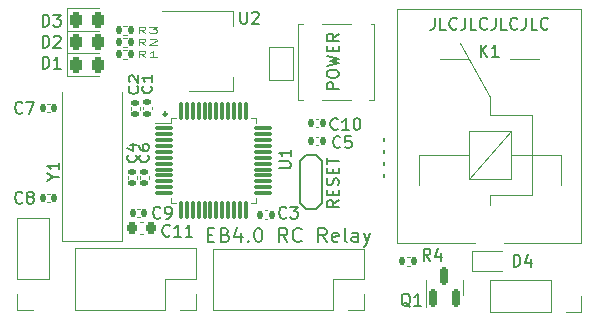
<source format=gbr>
%TF.GenerationSoftware,KiCad,Pcbnew,(6.0.7)*%
%TF.CreationDate,2022-09-05T20:23:25-07:00*%
%TF.ProjectId,EB4,4542342e-6b69-4636-9164-5f7063625858,rev?*%
%TF.SameCoordinates,Original*%
%TF.FileFunction,Legend,Top*%
%TF.FilePolarity,Positive*%
%FSLAX46Y46*%
G04 Gerber Fmt 4.6, Leading zero omitted, Abs format (unit mm)*
G04 Created by KiCad (PCBNEW (6.0.7)) date 2022-09-05 20:23:25*
%MOMM*%
%LPD*%
G01*
G04 APERTURE LIST*
G04 Aperture macros list*
%AMRoundRect*
0 Rectangle with rounded corners*
0 $1 Rounding radius*
0 $2 $3 $4 $5 $6 $7 $8 $9 X,Y pos of 4 corners*
0 Add a 4 corners polygon primitive as box body*
4,1,4,$2,$3,$4,$5,$6,$7,$8,$9,$2,$3,0*
0 Add four circle primitives for the rounded corners*
1,1,$1+$1,$2,$3*
1,1,$1+$1,$4,$5*
1,1,$1+$1,$6,$7*
1,1,$1+$1,$8,$9*
0 Add four rect primitives between the rounded corners*
20,1,$1+$1,$2,$3,$4,$5,0*
20,1,$1+$1,$4,$5,$6,$7,0*
20,1,$1+$1,$6,$7,$8,$9,0*
20,1,$1+$1,$8,$9,$2,$3,0*%
%AMFreePoly0*
4,1,6,1.000000,0.000000,0.500000,-0.750000,-0.500000,-0.750000,-0.500000,0.750000,0.500000,0.750000,1.000000,0.000000,1.000000,0.000000,$1*%
%AMFreePoly1*
4,1,6,0.500000,-0.750000,-0.650000,-0.750000,-0.150000,0.000000,-0.650000,0.750000,0.500000,0.750000,0.500000,-0.750000,0.500000,-0.750000,$1*%
G04 Aperture macros list end*
%ADD10C,0.150000*%
%ADD11C,0.275000*%
%ADD12C,0.125000*%
%ADD13C,0.120000*%
%ADD14R,0.600000X0.450000*%
%ADD15RoundRect,0.243750X-0.243750X-0.456250X0.243750X-0.456250X0.243750X0.456250X-0.243750X0.456250X0*%
%ADD16R,1.700000X1.700000*%
%ADD17O,1.700000X1.700000*%
%ADD18C,0.700000*%
%ADD19C,4.400000*%
%ADD20RoundRect,0.140000X0.170000X-0.140000X0.170000X0.140000X-0.170000X0.140000X-0.170000X-0.140000X0*%
%ADD21RoundRect,0.075000X-0.662500X-0.075000X0.662500X-0.075000X0.662500X0.075000X-0.662500X0.075000X0*%
%ADD22RoundRect,0.075000X-0.075000X-0.662500X0.075000X-0.662500X0.075000X0.662500X-0.075000X0.662500X0*%
%ADD23RoundRect,0.135000X-0.135000X-0.185000X0.135000X-0.185000X0.135000X0.185000X-0.135000X0.185000X0*%
%ADD24RoundRect,0.140000X0.140000X0.170000X-0.140000X0.170000X-0.140000X-0.170000X0.140000X-0.170000X0*%
%ADD25RoundRect,0.150000X0.150000X-0.587500X0.150000X0.587500X-0.150000X0.587500X-0.150000X-0.587500X0*%
%ADD26RoundRect,0.140000X-0.140000X-0.170000X0.140000X-0.170000X0.140000X0.170000X-0.140000X0.170000X0*%
%ADD27FreePoly0,90.000000*%
%ADD28FreePoly1,90.000000*%
%ADD29C,3.000000*%
%ADD30C,2.500000*%
%ADD31RoundRect,0.135000X0.135000X0.185000X-0.135000X0.185000X-0.135000X-0.185000X0.135000X-0.185000X0*%
%ADD32R,1.000000X2.800000*%
%ADD33C,1.400000*%
%ADD34R,2.000000X1.500000*%
%ADD35R,2.000000X3.800000*%
%ADD36RoundRect,0.225000X-0.225000X-0.250000X0.225000X-0.250000X0.225000X0.250000X-0.225000X0.250000X0*%
%ADD37R,2.000000X4.500000*%
G04 APERTURE END LIST*
D10*
X101155500Y-76962000D02*
X101155500Y-77216000D01*
D11*
X82751000Y-72898000D02*
G75*
G03*
X82751000Y-72898000I-137500J0D01*
G01*
D10*
X101155500Y-77978000D02*
X101155500Y-78232000D01*
X101155500Y-75946000D02*
X101155500Y-76200000D01*
X101155500Y-74930000D02*
X101155500Y-75184000D01*
X86198928Y-83099285D02*
X86598928Y-83099285D01*
X86770357Y-83727857D02*
X86198928Y-83727857D01*
X86198928Y-82527857D01*
X86770357Y-82527857D01*
X87684642Y-83099285D02*
X87856071Y-83156428D01*
X87913214Y-83213571D01*
X87970357Y-83327857D01*
X87970357Y-83499285D01*
X87913214Y-83613571D01*
X87856071Y-83670714D01*
X87741785Y-83727857D01*
X87284642Y-83727857D01*
X87284642Y-82527857D01*
X87684642Y-82527857D01*
X87798928Y-82585000D01*
X87856071Y-82642142D01*
X87913214Y-82756428D01*
X87913214Y-82870714D01*
X87856071Y-82985000D01*
X87798928Y-83042142D01*
X87684642Y-83099285D01*
X87284642Y-83099285D01*
X88998928Y-82927857D02*
X88998928Y-83727857D01*
X88713214Y-82470714D02*
X88427500Y-83327857D01*
X89170357Y-83327857D01*
X89627500Y-83613571D02*
X89684642Y-83670714D01*
X89627500Y-83727857D01*
X89570357Y-83670714D01*
X89627500Y-83613571D01*
X89627500Y-83727857D01*
X90427500Y-82527857D02*
X90541785Y-82527857D01*
X90656071Y-82585000D01*
X90713214Y-82642142D01*
X90770357Y-82756428D01*
X90827500Y-82985000D01*
X90827500Y-83270714D01*
X90770357Y-83499285D01*
X90713214Y-83613571D01*
X90656071Y-83670714D01*
X90541785Y-83727857D01*
X90427500Y-83727857D01*
X90313214Y-83670714D01*
X90256071Y-83613571D01*
X90198928Y-83499285D01*
X90141785Y-83270714D01*
X90141785Y-82985000D01*
X90198928Y-82756428D01*
X90256071Y-82642142D01*
X90313214Y-82585000D01*
X90427500Y-82527857D01*
X92941785Y-83727857D02*
X92541785Y-83156428D01*
X92256071Y-83727857D02*
X92256071Y-82527857D01*
X92713214Y-82527857D01*
X92827500Y-82585000D01*
X92884642Y-82642142D01*
X92941785Y-82756428D01*
X92941785Y-82927857D01*
X92884642Y-83042142D01*
X92827500Y-83099285D01*
X92713214Y-83156428D01*
X92256071Y-83156428D01*
X94141785Y-83613571D02*
X94084642Y-83670714D01*
X93913214Y-83727857D01*
X93798928Y-83727857D01*
X93627500Y-83670714D01*
X93513214Y-83556428D01*
X93456071Y-83442142D01*
X93398928Y-83213571D01*
X93398928Y-83042142D01*
X93456071Y-82813571D01*
X93513214Y-82699285D01*
X93627500Y-82585000D01*
X93798928Y-82527857D01*
X93913214Y-82527857D01*
X94084642Y-82585000D01*
X94141785Y-82642142D01*
X96256071Y-83727857D02*
X95856071Y-83156428D01*
X95570357Y-83727857D02*
X95570357Y-82527857D01*
X96027500Y-82527857D01*
X96141785Y-82585000D01*
X96198928Y-82642142D01*
X96256071Y-82756428D01*
X96256071Y-82927857D01*
X96198928Y-83042142D01*
X96141785Y-83099285D01*
X96027500Y-83156428D01*
X95570357Y-83156428D01*
X97227500Y-83670714D02*
X97113214Y-83727857D01*
X96884642Y-83727857D01*
X96770357Y-83670714D01*
X96713214Y-83556428D01*
X96713214Y-83099285D01*
X96770357Y-82985000D01*
X96884642Y-82927857D01*
X97113214Y-82927857D01*
X97227500Y-82985000D01*
X97284642Y-83099285D01*
X97284642Y-83213571D01*
X96713214Y-83327857D01*
X97970357Y-83727857D02*
X97856071Y-83670714D01*
X97798928Y-83556428D01*
X97798928Y-82527857D01*
X98941785Y-83727857D02*
X98941785Y-83099285D01*
X98884642Y-82985000D01*
X98770357Y-82927857D01*
X98541785Y-82927857D01*
X98427500Y-82985000D01*
X98941785Y-83670714D02*
X98827500Y-83727857D01*
X98541785Y-83727857D01*
X98427500Y-83670714D01*
X98370357Y-83556428D01*
X98370357Y-83442142D01*
X98427500Y-83327857D01*
X98541785Y-83270714D01*
X98827500Y-83270714D01*
X98941785Y-83213571D01*
X99398928Y-82927857D02*
X99684642Y-83727857D01*
X99970357Y-82927857D02*
X99684642Y-83727857D01*
X99570357Y-84013571D01*
X99513214Y-84070714D01*
X99398928Y-84127857D01*
X105426452Y-64730380D02*
X105426452Y-65444666D01*
X105378833Y-65587523D01*
X105283595Y-65682761D01*
X105140738Y-65730380D01*
X105045500Y-65730380D01*
X106378833Y-65730380D02*
X105902642Y-65730380D01*
X105902642Y-64730380D01*
X107283595Y-65635142D02*
X107235976Y-65682761D01*
X107093119Y-65730380D01*
X106997880Y-65730380D01*
X106855023Y-65682761D01*
X106759785Y-65587523D01*
X106712166Y-65492285D01*
X106664547Y-65301809D01*
X106664547Y-65158952D01*
X106712166Y-64968476D01*
X106759785Y-64873238D01*
X106855023Y-64778000D01*
X106997880Y-64730380D01*
X107093119Y-64730380D01*
X107235976Y-64778000D01*
X107283595Y-64825619D01*
X107997880Y-64730380D02*
X107997880Y-65444666D01*
X107950261Y-65587523D01*
X107855023Y-65682761D01*
X107712166Y-65730380D01*
X107616928Y-65730380D01*
X108950261Y-65730380D02*
X108474071Y-65730380D01*
X108474071Y-64730380D01*
X109855023Y-65635142D02*
X109807404Y-65682761D01*
X109664547Y-65730380D01*
X109569309Y-65730380D01*
X109426452Y-65682761D01*
X109331214Y-65587523D01*
X109283595Y-65492285D01*
X109235976Y-65301809D01*
X109235976Y-65158952D01*
X109283595Y-64968476D01*
X109331214Y-64873238D01*
X109426452Y-64778000D01*
X109569309Y-64730380D01*
X109664547Y-64730380D01*
X109807404Y-64778000D01*
X109855023Y-64825619D01*
X110569309Y-64730380D02*
X110569309Y-65444666D01*
X110521690Y-65587523D01*
X110426452Y-65682761D01*
X110283595Y-65730380D01*
X110188357Y-65730380D01*
X111521690Y-65730380D02*
X111045500Y-65730380D01*
X111045500Y-64730380D01*
X112426452Y-65635142D02*
X112378833Y-65682761D01*
X112235976Y-65730380D01*
X112140738Y-65730380D01*
X111997880Y-65682761D01*
X111902642Y-65587523D01*
X111855023Y-65492285D01*
X111807404Y-65301809D01*
X111807404Y-65158952D01*
X111855023Y-64968476D01*
X111902642Y-64873238D01*
X111997880Y-64778000D01*
X112140738Y-64730380D01*
X112235976Y-64730380D01*
X112378833Y-64778000D01*
X112426452Y-64825619D01*
X113140738Y-64730380D02*
X113140738Y-65444666D01*
X113093119Y-65587523D01*
X112997880Y-65682761D01*
X112855023Y-65730380D01*
X112759785Y-65730380D01*
X114093119Y-65730380D02*
X113616928Y-65730380D01*
X113616928Y-64730380D01*
X114997880Y-65635142D02*
X114950261Y-65682761D01*
X114807404Y-65730380D01*
X114712166Y-65730380D01*
X114569309Y-65682761D01*
X114474071Y-65587523D01*
X114426452Y-65492285D01*
X114378833Y-65301809D01*
X114378833Y-65158952D01*
X114426452Y-64968476D01*
X114474071Y-64873238D01*
X114569309Y-64778000D01*
X114712166Y-64730380D01*
X114807404Y-64730380D01*
X114950261Y-64778000D01*
X114997880Y-64825619D01*
%TO.C,D4*%
X112101404Y-85796380D02*
X112101404Y-84796380D01*
X112339500Y-84796380D01*
X112482357Y-84844000D01*
X112577595Y-84939238D01*
X112625214Y-85034476D01*
X112672833Y-85224952D01*
X112672833Y-85367809D01*
X112625214Y-85558285D01*
X112577595Y-85653523D01*
X112482357Y-85748761D01*
X112339500Y-85796380D01*
X112101404Y-85796380D01*
X113529976Y-85129714D02*
X113529976Y-85796380D01*
X113291880Y-84748761D02*
X113053785Y-85463047D01*
X113672833Y-85463047D01*
%TO.C,D2*%
X72223404Y-67254380D02*
X72223404Y-66254380D01*
X72461500Y-66254380D01*
X72604357Y-66302000D01*
X72699595Y-66397238D01*
X72747214Y-66492476D01*
X72794833Y-66682952D01*
X72794833Y-66825809D01*
X72747214Y-67016285D01*
X72699595Y-67111523D01*
X72604357Y-67206761D01*
X72461500Y-67254380D01*
X72223404Y-67254380D01*
X73175785Y-66349619D02*
X73223404Y-66302000D01*
X73318642Y-66254380D01*
X73556738Y-66254380D01*
X73651976Y-66302000D01*
X73699595Y-66349619D01*
X73747214Y-66444857D01*
X73747214Y-66540095D01*
X73699595Y-66682952D01*
X73128166Y-67254380D01*
X73747214Y-67254380D01*
%TO.C,C6*%
X81121214Y-76366666D02*
X81159309Y-76414285D01*
X81197404Y-76557142D01*
X81197404Y-76652380D01*
X81159309Y-76795238D01*
X81083119Y-76890476D01*
X81006928Y-76938095D01*
X80854547Y-76985714D01*
X80740261Y-76985714D01*
X80587880Y-76938095D01*
X80511690Y-76890476D01*
X80435500Y-76795238D01*
X80397404Y-76652380D01*
X80397404Y-76557142D01*
X80435500Y-76414285D01*
X80473595Y-76366666D01*
X80397404Y-75509523D02*
X80397404Y-75700000D01*
X80435500Y-75795238D01*
X80473595Y-75842857D01*
X80587880Y-75938095D01*
X80740261Y-75985714D01*
X81045023Y-75985714D01*
X81121214Y-75938095D01*
X81159309Y-75890476D01*
X81197404Y-75795238D01*
X81197404Y-75604761D01*
X81159309Y-75509523D01*
X81121214Y-75461904D01*
X81045023Y-75414285D01*
X80854547Y-75414285D01*
X80778357Y-75461904D01*
X80740261Y-75509523D01*
X80702166Y-75604761D01*
X80702166Y-75795238D01*
X80740261Y-75890476D01*
X80778357Y-75938095D01*
X80854547Y-75985714D01*
%TO.C,U1*%
X92225880Y-77469904D02*
X93035404Y-77469904D01*
X93130642Y-77422285D01*
X93178261Y-77374666D01*
X93225880Y-77279428D01*
X93225880Y-77088952D01*
X93178261Y-76993714D01*
X93130642Y-76946095D01*
X93035404Y-76898476D01*
X92225880Y-76898476D01*
X93225880Y-75898476D02*
X93225880Y-76469904D01*
X93225880Y-76184190D02*
X92225880Y-76184190D01*
X92368738Y-76279428D01*
X92463976Y-76374666D01*
X92511595Y-76469904D01*
%TO.C,C2*%
X80249214Y-70552666D02*
X80287309Y-70600285D01*
X80325404Y-70743142D01*
X80325404Y-70838380D01*
X80287309Y-70981238D01*
X80211119Y-71076476D01*
X80134928Y-71124095D01*
X79982547Y-71171714D01*
X79868261Y-71171714D01*
X79715880Y-71124095D01*
X79639690Y-71076476D01*
X79563500Y-70981238D01*
X79525404Y-70838380D01*
X79525404Y-70743142D01*
X79563500Y-70600285D01*
X79601595Y-70552666D01*
X79601595Y-70171714D02*
X79563500Y-70124095D01*
X79525404Y-70028857D01*
X79525404Y-69790761D01*
X79563500Y-69695523D01*
X79601595Y-69647904D01*
X79677785Y-69600285D01*
X79753976Y-69600285D01*
X79868261Y-69647904D01*
X80325404Y-70219333D01*
X80325404Y-69600285D01*
D12*
%TO.C,R1*%
X80922833Y-68044190D02*
X80589500Y-67806095D01*
X80351404Y-68044190D02*
X80351404Y-67544190D01*
X80732357Y-67544190D01*
X80827595Y-67568000D01*
X80875214Y-67591809D01*
X80922833Y-67639428D01*
X80922833Y-67710857D01*
X80875214Y-67758476D01*
X80827595Y-67782285D01*
X80732357Y-67806095D01*
X80351404Y-67806095D01*
X81875214Y-68044190D02*
X81303785Y-68044190D01*
X81589500Y-68044190D02*
X81589500Y-67544190D01*
X81494261Y-67615619D01*
X81399023Y-67663238D01*
X81303785Y-67687047D01*
D10*
%TO.C,C10*%
X97210642Y-74144142D02*
X97163023Y-74191761D01*
X97020166Y-74239380D01*
X96924928Y-74239380D01*
X96782071Y-74191761D01*
X96686833Y-74096523D01*
X96639214Y-74001285D01*
X96591595Y-73810809D01*
X96591595Y-73667952D01*
X96639214Y-73477476D01*
X96686833Y-73382238D01*
X96782071Y-73287000D01*
X96924928Y-73239380D01*
X97020166Y-73239380D01*
X97163023Y-73287000D01*
X97210642Y-73334619D01*
X98163023Y-74239380D02*
X97591595Y-74239380D01*
X97877309Y-74239380D02*
X97877309Y-73239380D01*
X97782071Y-73382238D01*
X97686833Y-73477476D01*
X97591595Y-73525095D01*
X98782071Y-73239380D02*
X98877309Y-73239380D01*
X98972547Y-73287000D01*
X99020166Y-73334619D01*
X99067785Y-73429857D01*
X99115404Y-73620333D01*
X99115404Y-73858428D01*
X99067785Y-74048904D01*
X99020166Y-74144142D01*
X98972547Y-74191761D01*
X98877309Y-74239380D01*
X98782071Y-74239380D01*
X98686833Y-74191761D01*
X98639214Y-74144142D01*
X98591595Y-74048904D01*
X98543976Y-73858428D01*
X98543976Y-73620333D01*
X98591595Y-73429857D01*
X98639214Y-73334619D01*
X98686833Y-73287000D01*
X98782071Y-73239380D01*
%TO.C,Q1*%
X103346261Y-89193619D02*
X103251023Y-89146000D01*
X103155785Y-89050761D01*
X103012928Y-88907904D01*
X102917690Y-88860285D01*
X102822452Y-88860285D01*
X102870071Y-89098380D02*
X102774833Y-89050761D01*
X102679595Y-88955523D01*
X102631976Y-88765047D01*
X102631976Y-88431714D01*
X102679595Y-88241238D01*
X102774833Y-88146000D01*
X102870071Y-88098380D01*
X103060547Y-88098380D01*
X103155785Y-88146000D01*
X103251023Y-88241238D01*
X103298642Y-88431714D01*
X103298642Y-88765047D01*
X103251023Y-88955523D01*
X103155785Y-89050761D01*
X103060547Y-89098380D01*
X102870071Y-89098380D01*
X104251023Y-89098380D02*
X103679595Y-89098380D01*
X103965309Y-89098380D02*
X103965309Y-88098380D01*
X103870071Y-88241238D01*
X103774833Y-88336476D01*
X103679595Y-88384095D01*
%TO.C,C7*%
X70508833Y-72747142D02*
X70461214Y-72794761D01*
X70318357Y-72842380D01*
X70223119Y-72842380D01*
X70080261Y-72794761D01*
X69985023Y-72699523D01*
X69937404Y-72604285D01*
X69889785Y-72413809D01*
X69889785Y-72270952D01*
X69937404Y-72080476D01*
X69985023Y-71985238D01*
X70080261Y-71890000D01*
X70223119Y-71842380D01*
X70318357Y-71842380D01*
X70461214Y-71890000D01*
X70508833Y-71937619D01*
X70842166Y-71842380D02*
X71508833Y-71842380D01*
X71080261Y-72842380D01*
%TO.C,C9*%
X82192833Y-81637142D02*
X82145214Y-81684761D01*
X82002357Y-81732380D01*
X81907119Y-81732380D01*
X81764261Y-81684761D01*
X81669023Y-81589523D01*
X81621404Y-81494285D01*
X81573785Y-81303809D01*
X81573785Y-81160952D01*
X81621404Y-80970476D01*
X81669023Y-80875238D01*
X81764261Y-80780000D01*
X81907119Y-80732380D01*
X82002357Y-80732380D01*
X82145214Y-80780000D01*
X82192833Y-80827619D01*
X82669023Y-81732380D02*
X82859500Y-81732380D01*
X82954738Y-81684761D01*
X83002357Y-81637142D01*
X83097595Y-81494285D01*
X83145214Y-81303809D01*
X83145214Y-80922857D01*
X83097595Y-80827619D01*
X83049976Y-80780000D01*
X82954738Y-80732380D01*
X82764261Y-80732380D01*
X82669023Y-80780000D01*
X82621404Y-80827619D01*
X82573785Y-80922857D01*
X82573785Y-81160952D01*
X82621404Y-81256190D01*
X82669023Y-81303809D01*
X82764261Y-81351428D01*
X82954738Y-81351428D01*
X83049976Y-81303809D01*
X83097595Y-81256190D01*
X83145214Y-81160952D01*
%TO.C,C8*%
X70508833Y-80367142D02*
X70461214Y-80414761D01*
X70318357Y-80462380D01*
X70223119Y-80462380D01*
X70080261Y-80414761D01*
X69985023Y-80319523D01*
X69937404Y-80224285D01*
X69889785Y-80033809D01*
X69889785Y-79890952D01*
X69937404Y-79700476D01*
X69985023Y-79605238D01*
X70080261Y-79510000D01*
X70223119Y-79462380D01*
X70318357Y-79462380D01*
X70461214Y-79510000D01*
X70508833Y-79557619D01*
X71080261Y-79890952D02*
X70985023Y-79843333D01*
X70937404Y-79795714D01*
X70889785Y-79700476D01*
X70889785Y-79652857D01*
X70937404Y-79557619D01*
X70985023Y-79510000D01*
X71080261Y-79462380D01*
X71270738Y-79462380D01*
X71365976Y-79510000D01*
X71413595Y-79557619D01*
X71461214Y-79652857D01*
X71461214Y-79700476D01*
X71413595Y-79795714D01*
X71365976Y-79843333D01*
X71270738Y-79890952D01*
X71080261Y-79890952D01*
X70985023Y-79938571D01*
X70937404Y-79986190D01*
X70889785Y-80081428D01*
X70889785Y-80271904D01*
X70937404Y-80367142D01*
X70985023Y-80414761D01*
X71080261Y-80462380D01*
X71270738Y-80462380D01*
X71365976Y-80414761D01*
X71413595Y-80367142D01*
X71461214Y-80271904D01*
X71461214Y-80081428D01*
X71413595Y-79986190D01*
X71365976Y-79938571D01*
X71270738Y-79890952D01*
%TO.C,K1*%
X109307404Y-68016380D02*
X109307404Y-67016380D01*
X109878833Y-68016380D02*
X109450261Y-67444952D01*
X109878833Y-67016380D02*
X109307404Y-67587809D01*
X110831214Y-68016380D02*
X110259785Y-68016380D01*
X110545500Y-68016380D02*
X110545500Y-67016380D01*
X110450261Y-67159238D01*
X110355023Y-67254476D01*
X110259785Y-67302095D01*
%TO.C,R4*%
X105052833Y-85288380D02*
X104719500Y-84812190D01*
X104481404Y-85288380D02*
X104481404Y-84288380D01*
X104862357Y-84288380D01*
X104957595Y-84336000D01*
X105005214Y-84383619D01*
X105052833Y-84478857D01*
X105052833Y-84621714D01*
X105005214Y-84716952D01*
X104957595Y-84764571D01*
X104862357Y-84812190D01*
X104481404Y-84812190D01*
X105909976Y-84621714D02*
X105909976Y-85288380D01*
X105671880Y-84240761D02*
X105433785Y-84955047D01*
X106052833Y-84955047D01*
%TO.C,C3*%
X92860833Y-81637142D02*
X92813214Y-81684761D01*
X92670357Y-81732380D01*
X92575119Y-81732380D01*
X92432261Y-81684761D01*
X92337023Y-81589523D01*
X92289404Y-81494285D01*
X92241785Y-81303809D01*
X92241785Y-81160952D01*
X92289404Y-80970476D01*
X92337023Y-80875238D01*
X92432261Y-80780000D01*
X92575119Y-80732380D01*
X92670357Y-80732380D01*
X92813214Y-80780000D01*
X92860833Y-80827619D01*
X93194166Y-80732380D02*
X93813214Y-80732380D01*
X93479880Y-81113333D01*
X93622738Y-81113333D01*
X93717976Y-81160952D01*
X93765595Y-81208571D01*
X93813214Y-81303809D01*
X93813214Y-81541904D01*
X93765595Y-81637142D01*
X93717976Y-81684761D01*
X93622738Y-81732380D01*
X93337023Y-81732380D01*
X93241785Y-81684761D01*
X93194166Y-81637142D01*
%TO.C,C1*%
X81375214Y-70524666D02*
X81413309Y-70572285D01*
X81451404Y-70715142D01*
X81451404Y-70810380D01*
X81413309Y-70953238D01*
X81337119Y-71048476D01*
X81260928Y-71096095D01*
X81108547Y-71143714D01*
X80994261Y-71143714D01*
X80841880Y-71096095D01*
X80765690Y-71048476D01*
X80689500Y-70953238D01*
X80651404Y-70810380D01*
X80651404Y-70715142D01*
X80689500Y-70572285D01*
X80727595Y-70524666D01*
X81451404Y-69572285D02*
X81451404Y-70143714D01*
X81451404Y-69858000D02*
X80651404Y-69858000D01*
X80765690Y-69953238D01*
X80841880Y-70048476D01*
X80879976Y-70143714D01*
%TO.C,D3*%
X72223404Y-65476380D02*
X72223404Y-64476380D01*
X72461500Y-64476380D01*
X72604357Y-64524000D01*
X72699595Y-64619238D01*
X72747214Y-64714476D01*
X72794833Y-64904952D01*
X72794833Y-65047809D01*
X72747214Y-65238285D01*
X72699595Y-65333523D01*
X72604357Y-65428761D01*
X72461500Y-65476380D01*
X72223404Y-65476380D01*
X73128166Y-64476380D02*
X73747214Y-64476380D01*
X73413880Y-64857333D01*
X73556738Y-64857333D01*
X73651976Y-64904952D01*
X73699595Y-64952571D01*
X73747214Y-65047809D01*
X73747214Y-65285904D01*
X73699595Y-65381142D01*
X73651976Y-65428761D01*
X73556738Y-65476380D01*
X73271023Y-65476380D01*
X73175785Y-65428761D01*
X73128166Y-65381142D01*
D12*
%TO.C,R2*%
X80922833Y-67028190D02*
X80589500Y-66790095D01*
X80351404Y-67028190D02*
X80351404Y-66528190D01*
X80732357Y-66528190D01*
X80827595Y-66552000D01*
X80875214Y-66575809D01*
X80922833Y-66623428D01*
X80922833Y-66694857D01*
X80875214Y-66742476D01*
X80827595Y-66766285D01*
X80732357Y-66790095D01*
X80351404Y-66790095D01*
X81303785Y-66575809D02*
X81351404Y-66552000D01*
X81446642Y-66528190D01*
X81684738Y-66528190D01*
X81779976Y-66552000D01*
X81827595Y-66575809D01*
X81875214Y-66623428D01*
X81875214Y-66671047D01*
X81827595Y-66742476D01*
X81256166Y-67028190D01*
X81875214Y-67028190D01*
D10*
%TO.C,C4*%
X80105214Y-76366666D02*
X80143309Y-76414285D01*
X80181404Y-76557142D01*
X80181404Y-76652380D01*
X80143309Y-76795238D01*
X80067119Y-76890476D01*
X79990928Y-76938095D01*
X79838547Y-76985714D01*
X79724261Y-76985714D01*
X79571880Y-76938095D01*
X79495690Y-76890476D01*
X79419500Y-76795238D01*
X79381404Y-76652380D01*
X79381404Y-76557142D01*
X79419500Y-76414285D01*
X79457595Y-76366666D01*
X79648071Y-75509523D02*
X80181404Y-75509523D01*
X79343309Y-75747619D02*
X79914738Y-75985714D01*
X79914738Y-75366666D01*
%TO.C,SW1*%
X97289880Y-70762523D02*
X96289880Y-70762523D01*
X96289880Y-70381571D01*
X96337500Y-70286333D01*
X96385119Y-70238714D01*
X96480357Y-70191095D01*
X96623214Y-70191095D01*
X96718452Y-70238714D01*
X96766071Y-70286333D01*
X96813690Y-70381571D01*
X96813690Y-70762523D01*
X96289880Y-69572047D02*
X96289880Y-69381571D01*
X96337500Y-69286333D01*
X96432738Y-69191095D01*
X96623214Y-69143476D01*
X96956547Y-69143476D01*
X97147023Y-69191095D01*
X97242261Y-69286333D01*
X97289880Y-69381571D01*
X97289880Y-69572047D01*
X97242261Y-69667285D01*
X97147023Y-69762523D01*
X96956547Y-69810142D01*
X96623214Y-69810142D01*
X96432738Y-69762523D01*
X96337500Y-69667285D01*
X96289880Y-69572047D01*
X96289880Y-68810142D02*
X97289880Y-68572047D01*
X96575595Y-68381571D01*
X97289880Y-68191095D01*
X96289880Y-67953000D01*
X96766071Y-67572047D02*
X96766071Y-67238714D01*
X97289880Y-67095857D02*
X97289880Y-67572047D01*
X96289880Y-67572047D01*
X96289880Y-67095857D01*
X97289880Y-66095857D02*
X96813690Y-66429190D01*
X97289880Y-66667285D02*
X96289880Y-66667285D01*
X96289880Y-66286333D01*
X96337500Y-66191095D01*
X96385119Y-66143476D01*
X96480357Y-66095857D01*
X96623214Y-66095857D01*
X96718452Y-66143476D01*
X96766071Y-66191095D01*
X96813690Y-66286333D01*
X96813690Y-66667285D01*
%TO.C,JP1*%
X97289880Y-80192380D02*
X96813690Y-80525714D01*
X97289880Y-80763809D02*
X96289880Y-80763809D01*
X96289880Y-80382857D01*
X96337500Y-80287619D01*
X96385119Y-80240000D01*
X96480357Y-80192380D01*
X96623214Y-80192380D01*
X96718452Y-80240000D01*
X96766071Y-80287619D01*
X96813690Y-80382857D01*
X96813690Y-80763809D01*
X96766071Y-79763809D02*
X96766071Y-79430476D01*
X97289880Y-79287619D02*
X97289880Y-79763809D01*
X96289880Y-79763809D01*
X96289880Y-79287619D01*
X97242261Y-78906666D02*
X97289880Y-78763809D01*
X97289880Y-78525714D01*
X97242261Y-78430476D01*
X97194642Y-78382857D01*
X97099404Y-78335238D01*
X97004166Y-78335238D01*
X96908928Y-78382857D01*
X96861309Y-78430476D01*
X96813690Y-78525714D01*
X96766071Y-78716190D01*
X96718452Y-78811428D01*
X96670833Y-78859047D01*
X96575595Y-78906666D01*
X96480357Y-78906666D01*
X96385119Y-78859047D01*
X96337500Y-78811428D01*
X96289880Y-78716190D01*
X96289880Y-78478095D01*
X96337500Y-78335238D01*
X96766071Y-77906666D02*
X96766071Y-77573333D01*
X97289880Y-77430476D02*
X97289880Y-77906666D01*
X96289880Y-77906666D01*
X96289880Y-77430476D01*
X96289880Y-77144761D02*
X96289880Y-76573333D01*
X97289880Y-76859047D02*
X96289880Y-76859047D01*
%TO.C,C5*%
X97432833Y-75668142D02*
X97385214Y-75715761D01*
X97242357Y-75763380D01*
X97147119Y-75763380D01*
X97004261Y-75715761D01*
X96909023Y-75620523D01*
X96861404Y-75525285D01*
X96813785Y-75334809D01*
X96813785Y-75191952D01*
X96861404Y-75001476D01*
X96909023Y-74906238D01*
X97004261Y-74811000D01*
X97147119Y-74763380D01*
X97242357Y-74763380D01*
X97385214Y-74811000D01*
X97432833Y-74858619D01*
X98337595Y-74763380D02*
X97861404Y-74763380D01*
X97813785Y-75239571D01*
X97861404Y-75191952D01*
X97956642Y-75144333D01*
X98194738Y-75144333D01*
X98289976Y-75191952D01*
X98337595Y-75239571D01*
X98385214Y-75334809D01*
X98385214Y-75572904D01*
X98337595Y-75668142D01*
X98289976Y-75715761D01*
X98194738Y-75763380D01*
X97956642Y-75763380D01*
X97861404Y-75715761D01*
X97813785Y-75668142D01*
D12*
%TO.C,R3*%
X80922833Y-66012190D02*
X80589500Y-65774095D01*
X80351404Y-66012190D02*
X80351404Y-65512190D01*
X80732357Y-65512190D01*
X80827595Y-65536000D01*
X80875214Y-65559809D01*
X80922833Y-65607428D01*
X80922833Y-65678857D01*
X80875214Y-65726476D01*
X80827595Y-65750285D01*
X80732357Y-65774095D01*
X80351404Y-65774095D01*
X81256166Y-65512190D02*
X81875214Y-65512190D01*
X81541880Y-65702666D01*
X81684738Y-65702666D01*
X81779976Y-65726476D01*
X81827595Y-65750285D01*
X81875214Y-65797904D01*
X81875214Y-65916952D01*
X81827595Y-65964571D01*
X81779976Y-65988380D01*
X81684738Y-66012190D01*
X81399023Y-66012190D01*
X81303785Y-65988380D01*
X81256166Y-65964571D01*
D10*
%TO.C,D1*%
X72223404Y-69032380D02*
X72223404Y-68032380D01*
X72461500Y-68032380D01*
X72604357Y-68080000D01*
X72699595Y-68175238D01*
X72747214Y-68270476D01*
X72794833Y-68460952D01*
X72794833Y-68603809D01*
X72747214Y-68794285D01*
X72699595Y-68889523D01*
X72604357Y-68984761D01*
X72461500Y-69032380D01*
X72223404Y-69032380D01*
X73747214Y-69032380D02*
X73175785Y-69032380D01*
X73461500Y-69032380D02*
X73461500Y-68032380D01*
X73366261Y-68175238D01*
X73271023Y-68270476D01*
X73175785Y-68318095D01*
%TO.C,U2*%
X88963595Y-64222380D02*
X88963595Y-65031904D01*
X89011214Y-65127142D01*
X89058833Y-65174761D01*
X89154071Y-65222380D01*
X89344547Y-65222380D01*
X89439785Y-65174761D01*
X89487404Y-65127142D01*
X89535023Y-65031904D01*
X89535023Y-64222380D01*
X89963595Y-64317619D02*
X90011214Y-64270000D01*
X90106452Y-64222380D01*
X90344547Y-64222380D01*
X90439785Y-64270000D01*
X90487404Y-64317619D01*
X90535023Y-64412857D01*
X90535023Y-64508095D01*
X90487404Y-64650952D01*
X89915976Y-65222380D01*
X90535023Y-65222380D01*
%TO.C,C11*%
X82986642Y-83161142D02*
X82939023Y-83208761D01*
X82796166Y-83256380D01*
X82700928Y-83256380D01*
X82558071Y-83208761D01*
X82462833Y-83113523D01*
X82415214Y-83018285D01*
X82367595Y-82827809D01*
X82367595Y-82684952D01*
X82415214Y-82494476D01*
X82462833Y-82399238D01*
X82558071Y-82304000D01*
X82700928Y-82256380D01*
X82796166Y-82256380D01*
X82939023Y-82304000D01*
X82986642Y-82351619D01*
X83939023Y-83256380D02*
X83367595Y-83256380D01*
X83653309Y-83256380D02*
X83653309Y-82256380D01*
X83558071Y-82399238D01*
X83462833Y-82494476D01*
X83367595Y-82542095D01*
X84891404Y-83256380D02*
X84319976Y-83256380D01*
X84605690Y-83256380D02*
X84605690Y-82256380D01*
X84510452Y-82399238D01*
X84415214Y-82494476D01*
X84319976Y-82542095D01*
%TO.C,Y1*%
X73128190Y-78200190D02*
X73604380Y-78200190D01*
X72604380Y-78533523D02*
X73128190Y-78200190D01*
X72604380Y-77866857D01*
X73604380Y-77009714D02*
X73604380Y-77581142D01*
X73604380Y-77295428D02*
X72604380Y-77295428D01*
X72747238Y-77390666D01*
X72842476Y-77485904D01*
X72890095Y-77581142D01*
D13*
%TO.C,D4*%
X108545500Y-84494000D02*
X111095500Y-84494000D01*
X108545500Y-86194000D02*
X111095500Y-86194000D01*
X108545500Y-84494000D02*
X108545500Y-86194000D01*
%TO.C,D2*%
X74324500Y-67762000D02*
X77009500Y-67762000D01*
X74324500Y-65842000D02*
X74324500Y-67762000D01*
X77009500Y-65842000D02*
X74324500Y-65842000D01*
%TO.C,J1*%
X70082500Y-86853000D02*
X70082500Y-81713000D01*
X72742500Y-86853000D02*
X70082500Y-86853000D01*
X72742500Y-81713000D02*
X70082500Y-81713000D01*
X71412500Y-89453000D02*
X70082500Y-89453000D01*
X72742500Y-86853000D02*
X72742500Y-81713000D01*
X70082500Y-89453000D02*
X70082500Y-88123000D01*
%TO.C,C6*%
X80475500Y-78367836D02*
X80475500Y-78152164D01*
X81195500Y-78367836D02*
X81195500Y-78152164D01*
%TO.C,U1*%
X83517500Y-80445000D02*
X83067500Y-80445000D01*
X89837500Y-80445000D02*
X90287500Y-80445000D01*
X90287500Y-73225000D02*
X90287500Y-73675000D01*
X83067500Y-73225000D02*
X83067500Y-73675000D01*
X83067500Y-80445000D02*
X83067500Y-79995000D01*
X83517500Y-73225000D02*
X83067500Y-73225000D01*
X83067500Y-73675000D02*
X81777500Y-73675000D01*
X90287500Y-80445000D02*
X90287500Y-79995000D01*
X89837500Y-73225000D02*
X90287500Y-73225000D01*
%TO.C,C2*%
X80433500Y-72525836D02*
X80433500Y-72310164D01*
X79713500Y-72525836D02*
X79713500Y-72310164D01*
%TO.C,R1*%
X79030859Y-68198000D02*
X79338141Y-68198000D01*
X79030859Y-67438000D02*
X79338141Y-67438000D01*
%TO.C,C10*%
X95548336Y-74020000D02*
X95332664Y-74020000D01*
X95548336Y-73300000D02*
X95332664Y-73300000D01*
%TO.C,Q1*%
X104675500Y-87551500D02*
X104675500Y-89226500D01*
X107795500Y-87551500D02*
X107795500Y-88201500D01*
X104675500Y-87551500D02*
X104675500Y-86901500D01*
X107795500Y-87551500D02*
X107795500Y-86901500D01*
%TO.C,C7*%
X72815336Y-72750000D02*
X72599664Y-72750000D01*
X72815336Y-72030000D02*
X72599664Y-72030000D01*
%TO.C,C9*%
X80247664Y-81640000D02*
X80463336Y-81640000D01*
X80247664Y-80920000D02*
X80463336Y-80920000D01*
%TO.C,C8*%
X72815336Y-79650000D02*
X72599664Y-79650000D01*
X72815336Y-80370000D02*
X72599664Y-80370000D01*
%TO.C,JP2*%
X91392500Y-67180000D02*
X93392500Y-67180000D01*
X91392500Y-69980000D02*
X91392500Y-67180000D01*
X93392500Y-67180000D02*
X93392500Y-69980000D01*
X93392500Y-69980000D02*
X91392500Y-69980000D01*
%TO.C,J2*%
X99437500Y-88158000D02*
X99437500Y-89488000D01*
X99437500Y-84288000D02*
X99437500Y-86888000D01*
X96837500Y-89488000D02*
X86617500Y-89488000D01*
X96837500Y-86888000D02*
X96837500Y-89488000D01*
X99437500Y-84288000D02*
X86617500Y-84288000D01*
X99437500Y-89488000D02*
X98107500Y-89488000D01*
X99437500Y-86888000D02*
X96837500Y-86888000D01*
X86617500Y-84288000D02*
X86617500Y-89488000D01*
%TO.C,K1*%
X108295500Y-78364000D02*
X108295500Y-74364000D01*
X111895500Y-74364000D02*
X108295500Y-78364000D01*
X114245500Y-68264000D02*
X111795500Y-68264000D01*
X104095500Y-76364000D02*
X104095500Y-78864000D01*
X110095500Y-72964000D02*
X113695500Y-72964000D01*
X110095500Y-71464000D02*
X107595500Y-66864000D01*
X116095500Y-78864000D02*
X116095500Y-76364000D01*
X110095500Y-79764000D02*
X110095500Y-80564000D01*
X111895500Y-78364000D02*
X108295500Y-78364000D01*
X105845500Y-68264000D02*
X108345500Y-68264000D01*
X117845500Y-64014000D02*
X117845500Y-83814000D01*
X104095500Y-76364000D02*
X108295500Y-76364000D01*
X111895500Y-76364000D02*
X116095500Y-76364000D01*
X102245500Y-83814000D02*
X108845500Y-83814000D01*
X111895500Y-74364000D02*
X111895500Y-78364000D01*
X102245500Y-64014000D02*
X117845500Y-64014000D01*
X113695500Y-72964000D02*
X113695500Y-79764000D01*
X108295500Y-74364000D02*
X111895500Y-74364000D01*
X111245500Y-83814000D02*
X117845500Y-83814000D01*
X102245500Y-83814000D02*
X102245500Y-64014000D01*
X110095500Y-79764000D02*
X113695500Y-79764000D01*
X110095500Y-72964000D02*
X110095500Y-71464000D01*
%TO.C,R4*%
X103341141Y-85724000D02*
X103033859Y-85724000D01*
X103341141Y-84964000D02*
X103033859Y-84964000D01*
%TO.C,C3*%
X91230336Y-81767000D02*
X91014664Y-81767000D01*
X91230336Y-81047000D02*
X91014664Y-81047000D01*
%TO.C,C1*%
X81449500Y-72497836D02*
X81449500Y-72282164D01*
X80729500Y-72497836D02*
X80729500Y-72282164D01*
%TO.C,D3*%
X77009500Y-63937000D02*
X74324500Y-63937000D01*
X74324500Y-65857000D02*
X77009500Y-65857000D01*
X74324500Y-63937000D02*
X74324500Y-65857000D01*
%TO.C,R2*%
X79030859Y-67182000D02*
X79338141Y-67182000D01*
X79030859Y-66422000D02*
X79338141Y-66422000D01*
%TO.C,J3*%
X85213500Y-89468000D02*
X83883500Y-89468000D01*
X85213500Y-84268000D02*
X85213500Y-86868000D01*
X74933500Y-84268000D02*
X74933500Y-89468000D01*
X85213500Y-86868000D02*
X82613500Y-86868000D01*
X82613500Y-89468000D02*
X74933500Y-89468000D01*
X85213500Y-88138000D02*
X85213500Y-89468000D01*
X85213500Y-84268000D02*
X74933500Y-84268000D01*
X82613500Y-86868000D02*
X82613500Y-89468000D01*
%TO.C,C4*%
X80179500Y-78367836D02*
X80179500Y-78152164D01*
X79459500Y-78367836D02*
X79459500Y-78152164D01*
%TO.C,SW1*%
X95891500Y-71663000D02*
X98291500Y-71663000D01*
X100301500Y-71663000D02*
X100301500Y-65243000D01*
X98291500Y-65243000D02*
X95891500Y-65243000D01*
X100301500Y-65243000D02*
X100021500Y-65243000D01*
X94291500Y-65243000D02*
X93881500Y-65243000D01*
X99891500Y-71663000D02*
X100301500Y-71663000D01*
X93881500Y-65243000D02*
X93881500Y-71663000D01*
X93881500Y-71663000D02*
X94291500Y-71663000D01*
%TO.C,J4*%
X117837500Y-89620000D02*
X116507500Y-89620000D01*
X115237500Y-89620000D02*
X110097500Y-89620000D01*
X117837500Y-88290000D02*
X117837500Y-89620000D01*
X115237500Y-86960000D02*
X110097500Y-86960000D01*
X110097500Y-86960000D02*
X110097500Y-89620000D01*
X115237500Y-86960000D02*
X115237500Y-89620000D01*
D10*
%TO.C,JP1*%
X94032500Y-80433000D02*
X94032500Y-76833000D01*
X95332500Y-80933000D02*
X94532500Y-80933000D01*
X95832500Y-80433000D02*
X95332500Y-80933000D01*
X95332500Y-76333000D02*
X95832500Y-76833000D01*
X94532500Y-80933000D02*
X94032500Y-80433000D01*
X94532500Y-76333000D02*
X95332500Y-76333000D01*
X95832500Y-76833000D02*
X95832500Y-80433000D01*
X94032500Y-76833000D02*
X94532500Y-76333000D01*
D13*
%TO.C,C5*%
X95548336Y-74824000D02*
X95332664Y-74824000D01*
X95548336Y-75544000D02*
X95332664Y-75544000D01*
%TO.C,R3*%
X79030859Y-65406000D02*
X79338141Y-65406000D01*
X79030859Y-66166000D02*
X79338141Y-66166000D01*
%TO.C,D1*%
X74324500Y-69667000D02*
X77009500Y-69667000D01*
X77009500Y-67747000D02*
X74324500Y-67747000D01*
X74324500Y-67747000D02*
X74324500Y-69667000D01*
%TO.C,U2*%
X82323500Y-64154000D02*
X88333500Y-64154000D01*
X84573500Y-70974000D02*
X88333500Y-70974000D01*
X88333500Y-70974000D02*
X88333500Y-69714000D01*
X88333500Y-64154000D02*
X88333500Y-65414000D01*
%TO.C,C11*%
X80440920Y-82040000D02*
X80722080Y-82040000D01*
X80440920Y-83060000D02*
X80722080Y-83060000D01*
%TO.C,Y1*%
X73840500Y-71062000D02*
X73840500Y-83662000D01*
X78940500Y-83662000D02*
X78940500Y-71062000D01*
X73840500Y-83662000D02*
X78940500Y-83662000D01*
%TD*%
%LPC*%
D14*
%TO.C,D4*%
X108995500Y-85344000D03*
X111095500Y-85344000D03*
%TD*%
D15*
%TO.C,D2*%
X75072000Y-66802000D03*
X76947000Y-66802000D03*
%TD*%
D16*
%TO.C,J1*%
X71412500Y-88123000D03*
D17*
X71412500Y-85583000D03*
X71412500Y-83043000D03*
%TD*%
D18*
%TO.C,REF\u002A\u002A*%
X67524226Y-88161726D03*
X65190774Y-88161726D03*
X65190774Y-85828274D03*
X64707500Y-86995000D03*
D19*
X66357500Y-86995000D03*
D18*
X66357500Y-85345000D03*
X66357500Y-88645000D03*
X67524226Y-85828274D03*
X68007500Y-86995000D03*
%TD*%
D20*
%TO.C,C6*%
X80835500Y-78740000D03*
X80835500Y-77780000D03*
%TD*%
D18*
%TO.C,REF\u002A\u002A*%
X64707500Y-66675000D03*
X68007500Y-66675000D03*
X66357500Y-68325000D03*
X65190774Y-67841726D03*
X66357500Y-65025000D03*
D19*
X66357500Y-66675000D03*
D18*
X67524226Y-67841726D03*
X67524226Y-65508274D03*
X65190774Y-65508274D03*
%TD*%
D21*
%TO.C,U1*%
X82515000Y-74085000D03*
X82515000Y-74585000D03*
X82515000Y-75085000D03*
X82515000Y-75585000D03*
X82515000Y-76085000D03*
X82515000Y-76585000D03*
X82515000Y-77085000D03*
X82515000Y-77585000D03*
X82515000Y-78085000D03*
X82515000Y-78585000D03*
X82515000Y-79085000D03*
X82515000Y-79585000D03*
D22*
X83927500Y-80997500D03*
X84427500Y-80997500D03*
X84927500Y-80997500D03*
X85427500Y-80997500D03*
X85927500Y-80997500D03*
X86427500Y-80997500D03*
X86927500Y-80997500D03*
X87427500Y-80997500D03*
X87927500Y-80997500D03*
X88427500Y-80997500D03*
X88927500Y-80997500D03*
X89427500Y-80997500D03*
D21*
X90840000Y-79585000D03*
X90840000Y-79085000D03*
X90840000Y-78585000D03*
X90840000Y-78085000D03*
X90840000Y-77585000D03*
X90840000Y-77085000D03*
X90840000Y-76585000D03*
X90840000Y-76085000D03*
X90840000Y-75585000D03*
X90840000Y-75085000D03*
X90840000Y-74585000D03*
X90840000Y-74085000D03*
D22*
X89427500Y-72672500D03*
X88927500Y-72672500D03*
X88427500Y-72672500D03*
X87927500Y-72672500D03*
X87427500Y-72672500D03*
X86927500Y-72672500D03*
X86427500Y-72672500D03*
X85927500Y-72672500D03*
X85427500Y-72672500D03*
X84927500Y-72672500D03*
X84427500Y-72672500D03*
X83927500Y-72672500D03*
%TD*%
D20*
%TO.C,C2*%
X80073500Y-72898000D03*
X80073500Y-71938000D03*
%TD*%
D23*
%TO.C,R1*%
X78674500Y-67818000D03*
X79694500Y-67818000D03*
%TD*%
D24*
%TO.C,C10*%
X95920500Y-73660000D03*
X94960500Y-73660000D03*
%TD*%
D25*
%TO.C,Q1*%
X105285500Y-88489000D03*
X107185500Y-88489000D03*
X106235500Y-86614000D03*
%TD*%
D24*
%TO.C,C7*%
X73187500Y-72390000D03*
X72227500Y-72390000D03*
%TD*%
D26*
%TO.C,C9*%
X79875500Y-81280000D03*
X80835500Y-81280000D03*
%TD*%
D24*
%TO.C,C8*%
X73187500Y-80010000D03*
X72227500Y-80010000D03*
%TD*%
D27*
%TO.C,JP2*%
X92392500Y-69305000D03*
D28*
X92392500Y-67855000D03*
%TD*%
D16*
%TO.C,J2*%
X98107500Y-88158000D03*
D17*
X98107500Y-85618000D03*
X95567500Y-88158000D03*
X95567500Y-85618000D03*
X93027500Y-88158000D03*
X93027500Y-85618000D03*
X90487500Y-88158000D03*
X90487500Y-85618000D03*
X87947500Y-88158000D03*
X87947500Y-85618000D03*
%TD*%
D29*
%TO.C,K1*%
X110045500Y-82414000D03*
D30*
X116095500Y-80464000D03*
D29*
X116095500Y-68264000D03*
X104045500Y-68214000D03*
D30*
X104095500Y-80464000D03*
%TD*%
D31*
%TO.C,R4*%
X103697500Y-85344000D03*
X102677500Y-85344000D03*
%TD*%
D24*
%TO.C,C3*%
X91602500Y-81407000D03*
X90642500Y-81407000D03*
%TD*%
D20*
%TO.C,C1*%
X81089500Y-72870000D03*
X81089500Y-71910000D03*
%TD*%
D15*
%TO.C,D3*%
X75072000Y-64897000D03*
X76947000Y-64897000D03*
%TD*%
D23*
%TO.C,R2*%
X78674500Y-66802000D03*
X79694500Y-66802000D03*
%TD*%
D16*
%TO.C,J3*%
X83883500Y-88138000D03*
D17*
X83883500Y-85598000D03*
X81343500Y-88138000D03*
X81343500Y-85598000D03*
X78803500Y-88138000D03*
X78803500Y-85598000D03*
X76263500Y-88138000D03*
X76263500Y-85598000D03*
%TD*%
D20*
%TO.C,C4*%
X79819500Y-78740000D03*
X79819500Y-77780000D03*
%TD*%
D32*
%TO.C,SW1*%
X95091500Y-65553000D03*
X95091500Y-71353000D03*
X99091500Y-71353000D03*
X99091500Y-65553000D03*
%TD*%
D16*
%TO.C,J4*%
X116507500Y-88290000D03*
D17*
X113967500Y-88290000D03*
X111427500Y-88290000D03*
%TD*%
D33*
%TO.C,JP1*%
X94932500Y-77363000D03*
X94932500Y-79903000D03*
%TD*%
D24*
%TO.C,C5*%
X95920500Y-75184000D03*
X94960500Y-75184000D03*
%TD*%
D23*
%TO.C,R3*%
X78674500Y-65786000D03*
X79694500Y-65786000D03*
%TD*%
D15*
%TO.C,D1*%
X75072000Y-68707000D03*
X76947000Y-68707000D03*
%TD*%
D34*
%TO.C,U2*%
X83273500Y-65264000D03*
X83273500Y-67564000D03*
D35*
X89573500Y-67564000D03*
D34*
X83273500Y-69864000D03*
%TD*%
D36*
%TO.C,C11*%
X79806500Y-82550000D03*
X81356500Y-82550000D03*
%TD*%
D37*
%TO.C,Y1*%
X76390500Y-81212000D03*
X76390500Y-72712000D03*
%TD*%
M02*

</source>
